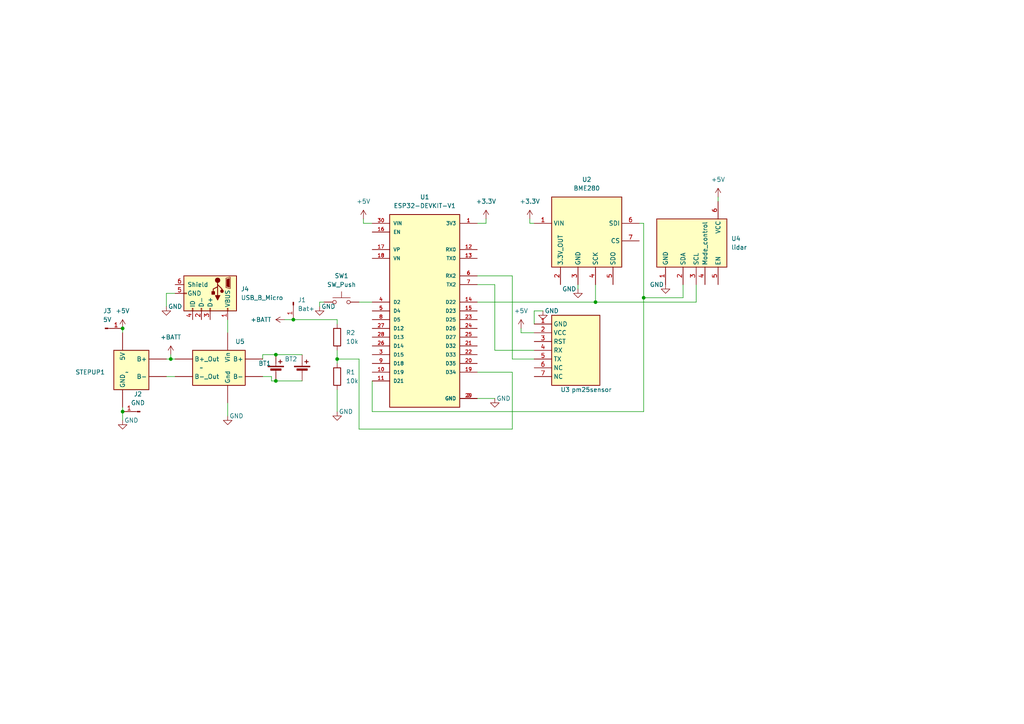
<source format=kicad_sch>
(kicad_sch (version 20230121) (generator eeschema)
  (paper "A4")
  (lib_symbols
    (symbol "BMS_1"
      (property "Reference" "U" (at -3.81 11.43 0))
      (symbol "BMS_1_0_1"
        (rectangle (start -2.54 5.08) (end 12.7 -5.08) (stroke (width 0.254)) (fill (type background)))
      )
      (symbol "BMS_1_1_1"
        (pin power_in line (at 17.78 2.54 180) (length 5.08) (name "B+") (number ""))
        (pin power_in line (at -7.62 2.54 0) (length 5.08) (name "B+_Out") (number ""))
        (pin power_in line (at 17.78 -2.54 180) (length 5.08) (name "B-") (number ""))
        (pin power_in line (at -7.62 -2.54 0) (length 5.08) (name "B-_Out") (number ""))
        (pin power_in line (at 7.62 -10.16 90) (length 5.08) (name "Gnd") (number ""))
        (pin power_in line (at 7.62 10.16 270) (length 5.08) (name "Vin") (number ""))
      )
    )
    (symbol "Connector:Conn_01x01_Pin" (pin_names (offset 1.016) hide)
      (property "Reference" "J" (at 0 2.54 0))
      (property "Value" "Conn_01x01_Pin" (at 0 -2.54 0))
      (symbol "Conn_01x01_Pin_1_1"
        (polyline (pts (xy 1.27 0) (xy 0.8636 0)) (stroke (width 0.1524)))
        (rectangle (start 0.8636 0.127) (end 0 -0.127) (stroke (width 0.1524)) (fill (type outline)))
        (pin passive line (at 5.08 0 180) (length 3.81) (name "Pin_1") (number "1"))
      )
    )
    (symbol "Connector:USB_B_Micro" (pin_names (offset 1.016))
      (property "Reference" "J" (at -5.08 11.43 0))
      (property "Value" "USB_B_Micro" (at -5.08 8.89 0))
      (symbol "USB_B_Micro_0_1"
        (rectangle (start -5.08 -7.62) (end 5.08 7.62) (stroke (width 0.254)) (fill (type background)))
        (circle (center -3.81 2.159) (radius 0.635) (stroke (width 0.254)) (fill (type outline)))
        (circle (center -0.635 3.429) (radius 0.381) (stroke (width 0.254)) (fill (type outline)))
        (rectangle (start -0.127 -7.62) (end 0.127 -6.858))
        (polyline (pts (xy -1.905 2.159) (xy 0.635 2.159)) (stroke (width 0.254)))
        (polyline (pts (xy -3.175 2.159) (xy -2.54 2.159) (xy -1.27 3.429) (xy -0.635 3.429)) (stroke (width 0.254)))
        (polyline (pts (xy -2.54 2.159) (xy -1.905 2.159) (xy -1.27 0.889) (xy 0 0.889)) (stroke (width 0.254)))
        (polyline (pts (xy 0.635 2.794) (xy 0.635 1.524) (xy 1.905 2.159) (xy 0.635 2.794)) (stroke (width 0.254)) (fill (type outline)))
        (polyline (pts (xy -4.318 5.588) (xy -1.778 5.588) (xy -2.032 4.826) (xy -4.064 4.826) (xy -4.318 5.588)) (fill (type outline)))
        (polyline (pts (xy -4.699 5.842) (xy -4.699 5.588) (xy -4.445 4.826) (xy -4.445 4.572) (xy -1.651 4.572) (xy -1.651 4.826) (xy -1.397 5.588) (xy -1.397 5.842) (xy -4.699 5.842)))
        (rectangle (start 0.254 1.27) (end -0.508 0.508) (stroke (width 0.254)) (fill (type outline)))
        (rectangle (start 5.08 -5.207) (end 4.318 -4.953))
        (rectangle (start 5.08 -2.667) (end 4.318 -2.413))
        (rectangle (start 5.08 -0.127) (end 4.318 0.127))
        (rectangle (start 5.08 4.953) (end 4.318 5.207))
      )
      (symbol "USB_B_Micro_1_1"
        (pin power_out line (at 7.62 5.08 180) (length 2.54) (name "VBUS") (number "1"))
        (pin bidirectional line (at 7.62 -2.54 180) (length 2.54) (name "D-") (number "2"))
        (pin bidirectional line (at 7.62 0 180) (length 2.54) (name "D+") (number "3"))
        (pin passive line (at 7.62 -5.08 180) (length 2.54) (name "ID") (number "4"))
        (pin power_out line (at 0 -10.16 90) (length 2.54) (name "GND") (number "5"))
        (pin passive line (at -2.54 -10.16 90) (length 2.54) (name "Shield") (number "6"))
      )
    )
    (symbol "Device:Battery_Cell" (pin_numbers hide) (pin_names (offset 0) hide)
      (property "Reference" "BT" (at 2.54 2.54 0))
      (property "Value" "Battery_Cell" (at 2.54 0 0))
      (symbol "Battery_Cell_0_1"
        (rectangle (start -2.286 1.778) (end 2.286 1.524) (fill (type outline)))
        (rectangle (start -1.524 1.016) (end 1.524 0.508) (fill (type outline)))
        (polyline (pts (xy 0 0.762) (xy 0 0)))
        (polyline (pts (xy 0 1.778) (xy 0 2.54)))
        (polyline (pts (xy 0.762 3.048) (xy 1.778 3.048)) (stroke (width 0.254)))
        (polyline (pts (xy 1.27 3.556) (xy 1.27 2.54)) (stroke (width 0.254)))
      )
      (symbol "Battery_Cell_1_1"
        (pin passive line (at 0 5.08 270) (length 2.54) (name "+") (number "1"))
        (pin passive line (at 0 -2.54 90) (length 2.54) (name "-") (number "2"))
      )
    )
    (symbol "Device:R" (pin_numbers hide) (pin_names (offset 0))
      (property "Reference" "R" (at 2.032 0 90))
      (property "Value" "R" (at 0 0 90))
      (symbol "R_0_1"
        (rectangle (start -1.016 -2.54) (end 1.016 2.54) (stroke (width 0.254)))
      )
      (symbol "R_1_1"
        (pin passive line (at 0 3.81 270) (length 1.27) (name "~") (number "1"))
        (pin passive line (at 0 -3.81 90) (length 1.27) (name "~") (number "2"))
      )
    )
    (symbol "ESP32-DEVKIT-V1:ESP32-DEVKIT-V1" (pin_names (offset 1.016))
      (property "Reference" "U" (at -10.16 30.48 0))
      (property "Value" "ESP32-DEVKIT-V1" (at -10.16 -30.48 0))
      (symbol "ESP32-DEVKIT-V1_0_0"
        (rectangle (start -10.16 -27.94) (end 10.16 27.94) (stroke (width 0.254)) (fill (type background)))
        (pin output line (at 15.24 25.4 180) (length 5.08) (name "3V3") (number "1"))
        (pin bidirectional line (at -15.24 -17.78 0) (length 5.08) (name "D19") (number "10"))
        (pin bidirectional line (at -15.24 -20.32 0) (length 5.08) (name "D21") (number "11"))
        (pin input line (at 15.24 17.78 180) (length 5.08) (name "RX0") (number "12"))
        (pin output line (at 15.24 15.24 180) (length 5.08) (name "TX0") (number "13"))
        (pin bidirectional line (at 15.24 2.54 180) (length 5.08) (name "D22") (number "14"))
        (pin bidirectional line (at 15.24 0 180) (length 5.08) (name "D23") (number "15"))
        (pin input line (at -15.24 22.86 0) (length 5.08) (name "EN") (number "16"))
        (pin bidirectional line (at -15.24 17.78 0) (length 5.08) (name "VP") (number "17"))
        (pin bidirectional line (at -15.24 15.24 0) (length 5.08) (name "VN") (number "18"))
        (pin bidirectional line (at 15.24 -17.78 180) (length 5.08) (name "D34") (number "19"))
        (pin power_in line (at 15.24 -25.4 180) (length 5.08) (name "GND") (number "2"))
        (pin bidirectional line (at 15.24 -15.24 180) (length 5.08) (name "D35") (number "20"))
        (pin bidirectional line (at 15.24 -10.16 180) (length 5.08) (name "D32") (number "21"))
        (pin bidirectional line (at 15.24 -12.7 180) (length 5.08) (name "D33") (number "22"))
        (pin bidirectional line (at 15.24 -2.54 180) (length 5.08) (name "D25") (number "23"))
        (pin bidirectional line (at 15.24 -5.08 180) (length 5.08) (name "D26") (number "24"))
        (pin bidirectional line (at 15.24 -7.62 180) (length 5.08) (name "D27") (number "25"))
        (pin bidirectional line (at -15.24 -10.16 0) (length 5.08) (name "D14") (number "26"))
        (pin bidirectional line (at -15.24 -5.08 0) (length 5.08) (name "D12") (number "27"))
        (pin bidirectional line (at -15.24 -7.62 0) (length 5.08) (name "D13") (number "28"))
        (pin power_in line (at 15.24 -25.4 180) (length 5.08) (name "GND") (number "29"))
        (pin bidirectional line (at -15.24 -12.7 0) (length 5.08) (name "D15") (number "3"))
        (pin input line (at -15.24 25.4 0) (length 5.08) (name "VIN") (number "30"))
        (pin bidirectional line (at -15.24 2.54 0) (length 5.08) (name "D2") (number "4"))
        (pin bidirectional line (at -15.24 0 0) (length 5.08) (name "D4") (number "5"))
        (pin input line (at 15.24 10.16 180) (length 5.08) (name "RX2") (number "6"))
        (pin output line (at 15.24 7.62 180) (length 5.08) (name "TX2") (number "7"))
        (pin bidirectional line (at -15.24 -2.54 0) (length 5.08) (name "D5") (number "8"))
        (pin bidirectional line (at -15.24 -15.24 0) (length 5.08) (name "D18") (number "9"))
      )
    )
    (symbol "New_Library:BMS"
      (property "Reference" "STEPUP1" (at -6.35 0 0))
      (property "Value" "~" (at 0 0 0))
      (symbol "BMS_0_1"
        (rectangle (start -3.81 6.35) (end 6.35 -5.08) (stroke (width 0.254)) (fill (type background)))
      )
      (symbol "BMS_1_1"
        (pin power_out line (at -1.27 11.43 270) (length 5.08) (name "5V") (number ""))
        (pin power_in line (at 11.43 3.81 180) (length 5.08) (name "B+") (number ""))
        (pin power_in line (at 11.43 -1.27 180) (length 5.08) (name "B-") (number ""))
        (pin power_in line (at -1.27 -10.16 90) (length 5.08) (name "GND") (number ""))
      )
    )
    (symbol "Sensor:BME280_adafruit"
      (property "Reference" "U" (at -8.89 11.43 0))
      (property "Value" "BME280" (at 7.62 11.43 0))
      (symbol "BME280_adafruit_0_1"
        (rectangle (start -10.16 10.16) (end 10.16 -10.16) (stroke (width 0.254)) (fill (type background)))
      )
      (symbol "BME280_adafruit_1_1"
        (pin power_in line (at -2.54 -15.24 90) (length 5.08) (name "VIN") (number "1"))
        (pin power_out line (at 15.24 -7.62 180) (length 5.08) (name "3.3V_OUT") (number "2"))
        (pin power_in line (at 15.24 -2.54 180) (length 5.08) (name "GND") (number "3"))
        (pin input line (at 15.24 2.54 180) (length 5.08) (name "SCK") (number "4"))
        (pin bidirectional line (at 15.24 7.62 180) (length 5.08) (name "SDO") (number "5"))
        (pin bidirectional line (at -2.54 15.24 270) (length 5.08) (name "SDI") (number "6"))
        (pin bidirectional line (at 2.54 15.24 270) (length 5.08) (name "CS") (number "7"))
      )
    )
    (symbol "Sensor:lidarLite"
      (property "Reference" "U" (at -10.16 10.16 0))
      (property "Value" "lidar" (at -6.35 7.62 0))
      (symbol "lidarLite_0_1"
        (rectangle (start -10.16 6.35) (end 10.16 -7.62) (stroke (width 0.254)) (fill (type background)))
      )
      (symbol "lidarLite_1_1"
        (pin power_in line (at -7.62 -12.7 90) (length 5.08) (name "GND") (number "1"))
        (pin bidirectional line (at -2.54 -12.7 90) (length 5.08) (name "SDA") (number "2"))
        (pin input line (at 1.27 -12.7 90) (length 5.08) (name "SCL") (number "3"))
        (pin input line (at 3.81 -12.7 90) (length 5.08) (name "Mode_control") (number "4"))
        (pin input line (at 7.62 -12.7 90) (length 5.08) (name "EN") (number "5"))
        (pin power_in line (at 7.62 11.43 270) (length 5.08) (name "VCC") (number "6"))
      )
    )
    (symbol "Sensor:pm25sensor"
      (property "Reference" "U" (at -10.16 11.43 0))
      (property "Value" "pm25sensor" (at 0 0 0))
      (symbol "pm25sensor_0_1"
        (rectangle (start -10.16 6.35) (end 10.16 -7.62) (stroke (width 0.254)) (fill (type background)))
      )
      (symbol "pm25sensor_1_1"
        (pin power_in line (at -7.62 -12.7 90) (length 5.08) (name "GND") (number "1"))
        (pin power_in line (at -5.08 -12.7 90) (length 5.08) (name "VCC") (number "2"))
        (pin input line (at -2.54 -12.7 90) (length 5.08) (name "RST") (number "3"))
        (pin input line (at 0 -12.7 90) (length 5.08) (name "RX") (number "4"))
        (pin output line (at 2.54 -12.7 90) (length 5.08) (name "TX") (number "5"))
        (pin free line (at 5.08 -12.7 90) (length 5.08) (name "NC") (number "6"))
        (pin free line (at 7.62 -12.7 90) (length 5.08) (name "NC") (number "7"))
      )
    )
    (symbol "Switch:SW_Push" (pin_numbers hide) (pin_names (offset 1.016) hide)
      (property "Reference" "SW" (at 1.27 2.54 0))
      (property "Value" "SW_Push" (at 0 -1.524 0))
      (symbol "SW_Push_0_1"
        (circle (center -2.032 0) (radius 0.508))
        (polyline (pts (xy 0 1.27) (xy 0 3.048)))
        (polyline (pts (xy 2.54 1.27) (xy -2.54 1.27)))
        (circle (center 2.032 0) (radius 0.508))
        (pin passive line (at -5.08 0 0) (length 2.54) (name "1") (number "1"))
        (pin passive line (at 5.08 0 180) (length 2.54) (name "2") (number "2"))
      )
    )
    (symbol "power:+3.3V" (power) (pin_names (offset 0))
      (property "Value" "+3.3V" (at 0 3.556 0))
      (symbol "+3.3V_0_1"
        (polyline (pts (xy -0.762 1.27) (xy 0 2.54)))
        (polyline (pts (xy 0 0) (xy 0 2.54)))
        (polyline (pts (xy 0 2.54) (xy 0.762 1.27)))
      )
      (symbol "+3.3V_1_1"
        (pin power_in line (at 0 0 90) (length 0) hide (name "+3.3V") (number "1"))
      )
    )
    (symbol "power:+5V" (power) (pin_names (offset 0))
      (property "Value" "+5V" (at 0 3.556 0))
      (symbol "+5V_0_1"
        (polyline (pts (xy -0.762 1.27) (xy 0 2.54)))
        (polyline (pts (xy 0 0) (xy 0 2.54)))
        (polyline (pts (xy 0 2.54) (xy 0.762 1.27)))
      )
      (symbol "+5V_1_1"
        (pin power_in line (at 0 0 90) (length 0) hide (name "+5V") (number "1"))
      )
    )
    (symbol "power:+BATT" (power) (pin_names (offset 0))
      (property "Value" "+BATT" (at 0 3.556 0))
      (symbol "+BATT_0_1"
        (polyline (pts (xy -0.762 1.27) (xy 0 2.54)))
        (polyline (pts (xy 0 0) (xy 0 2.54)))
        (polyline (pts (xy 0 2.54) (xy 0.762 1.27)))
      )
      (symbol "+BATT_1_1"
        (pin power_in line (at 0 0 90) (length 0) hide (name "+BATT") (number "1"))
      )
    )
    (symbol "power:GND" (power) (pin_names (offset 0))
      (property "Value" "GND" (at 0 -3.81 0))
      (symbol "GND_0_1"
        (polyline (pts (xy 0 0) (xy 0 -1.27) (xy 1.27 -1.27) (xy 0 -2.54) (xy -1.27 -1.27) (xy 0 -1.27)))
      )
      (symbol "GND_1_1"
        (pin power_in line (at 0 0 270) (length 0) hide (name "GND") (number "1"))
      )
    )
  )
  (junction (at 35.56 95.25))
  (junction (at 85.09 92.71))
  (junction (at 186.69 86.36))
  (junction (at 80.01 110.49))
  (junction (at 80.01 102.87))
  (junction (at 172.72 87.63))
  (junction (at 35.56 119.38))
  (junction (at 49.53 104.14))
  (junction (at 97.79 104.14))
  (wire (pts (xy 76.2 102.87) (xy 80.01 102.87)))
  (wire (pts (xy 97.79 104.14) (xy 97.79 105.41)))
  (wire (pts (xy 49.53 104.14) (xy 50.8 104.14)))
  (wire (pts (xy 104.14 104.14) (xy 97.79 104.14)))
  (wire (pts (xy 186.69 64.77) (xy 186.69 86.36)))
  (wire (pts (xy 138.43 107.95) (xy 148.59 107.95)))
  (wire (pts (xy 153.67 64.77) (xy 154.94 64.77)))
  (wire (pts (xy 87.63 102.87) (xy 80.01 102.87)))
  (wire (pts (xy 78.74 109.22) (xy 78.74 110.49)))
  (wire (pts (xy 140.97 64.77) (xy 138.43 64.77)))
  (wire (pts (xy 35.56 95.25) (xy 35.56 96.52)))
  (wire (pts (xy 148.59 124.46) (xy 104.14 124.46)))
  (wire (pts (xy 49.53 102.87) (xy 49.53 104.14)))
  (wire (pts (xy 198.12 82.55) (xy 198.12 86.36)))
  (wire (pts (xy 138.43 115.57) (xy 143.51 115.57)))
  (wire (pts (xy 154.94 93.98) (xy 154.94 90.17)))
  (wire (pts (xy 153.67 64.77) (xy 153.67 63.5)))
  (wire (pts (xy 66.04 92.71) (xy 66.04 96.52)))
  (wire (pts (xy 48.26 104.14) (xy 49.53 104.14)))
  (wire (pts (xy 104.14 124.46) (xy 104.14 104.14)))
  (wire (pts (xy 151.13 96.52) (xy 151.13 95.25)))
  (wire (pts (xy 167.64 82.55) (xy 167.64 83.82)))
  (wire (pts (xy 172.72 87.63) (xy 172.72 82.55)))
  (wire (pts (xy 148.59 107.95) (xy 148.59 124.46)))
  (wire (pts (xy 154.94 90.17) (xy 157.48 90.17)))
  (wire (pts (xy 140.97 63.5) (xy 140.97 64.77)))
  (wire (pts (xy 107.95 110.49) (xy 107.95 119.38)))
  (wire (pts (xy 76.2 109.22) (xy 78.74 109.22)))
  (wire (pts (xy 208.28 57.15) (xy 208.28 58.42)))
  (wire (pts (xy 97.79 113.03) (xy 97.79 119.38)))
  (wire (pts (xy 143.51 101.6) (xy 143.51 82.55)))
  (wire (pts (xy 148.59 104.14) (xy 154.94 104.14)))
  (wire (pts (xy 198.12 86.36) (xy 186.69 86.36)))
  (wire (pts (xy 107.95 64.77) (xy 105.41 64.77)))
  (wire (pts (xy 154.94 101.6) (xy 143.51 101.6)))
  (wire (pts (xy 148.59 80.01) (xy 148.59 104.14)))
  (wire (pts (xy 48.26 109.22) (xy 50.8 109.22)))
  (wire (pts (xy 50.8 85.09) (xy 48.26 85.09)))
  (wire (pts (xy 85.09 92.71) (xy 97.79 92.71)))
  (wire (pts (xy 76.2 104.14) (xy 76.2 102.87)))
  (wire (pts (xy 201.93 87.63) (xy 172.72 87.63)))
  (wire (pts (xy 186.69 64.77) (xy 185.42 64.77)))
  (wire (pts (xy 97.79 101.6) (xy 97.79 104.14)))
  (wire (pts (xy 186.69 119.38) (xy 186.69 86.36)))
  (wire (pts (xy 35.56 118.11) (xy 35.56 119.38)))
  (wire (pts (xy 80.01 110.49) (xy 87.63 110.49)))
  (wire (pts (xy 107.95 119.38) (xy 186.69 119.38)))
  (wire (pts (xy 92.71 87.63) (xy 92.71 88.9)))
  (wire (pts (xy 97.79 92.71) (xy 97.79 93.98)))
  (wire (pts (xy 143.51 82.55) (xy 138.43 82.55)))
  (wire (pts (xy 93.98 87.63) (xy 92.71 87.63)))
  (wire (pts (xy 138.43 87.63) (xy 172.72 87.63)))
  (wire (pts (xy 35.56 119.38) (xy 35.56 121.92)))
  (wire (pts (xy 48.26 85.09) (xy 48.26 88.9)))
  (wire (pts (xy 105.41 64.77) (xy 105.41 63.5)))
  (wire (pts (xy 201.93 82.55) (xy 201.93 87.63)))
  (wire (pts (xy 154.94 96.52) (xy 151.13 96.52)))
  (wire (pts (xy 78.74 110.49) (xy 80.01 110.49)))
  (wire (pts (xy 66.04 116.84) (xy 66.04 120.65)))
  (wire (pts (xy 138.43 80.01) (xy 148.59 80.01)))
  (wire (pts (xy 82.55 92.71) (xy 85.09 92.71)))
  (wire (pts (xy 104.14 87.63) (xy 107.95 87.63)))
  (symbol (lib_id "power:+3.3V") (at 153.67 63.5 0) (unit 1)
    (property "Reference" "#PWR02" (effects hide))
    (property "Value" "+3.3V" (at 153.67 58.42 0))
  )
  (symbol (lib_id "power:+5V") (at 35.56 95.25 0) (unit 1)
    (property "Reference" "#PWR013" (effects hide))
    (property "Value" "+5V" (at 35.56 90.17 0))
  )
  (symbol (lib_id "Device:R") (at 97.79 97.79 0) (unit 1)
    (property "Reference" "R2" (at 100.33 96.52 0) (effects (justify left)))
    (property "Value" "10k" (at 100.33 99.06 0) (effects (justify left)))
    (property "Footprint" "Resistor_THT:R_Axial_DIN0204_L3.6mm_D1.6mm_P7.62mm_Horizontal" (effects hide))
  )
  (symbol (lib_id "Connector:Conn_01x01_Pin") (at 30.48 95.25 0) (unit 1)
    (property "Reference" "J3" (at 31.115 90.17 0))
    (property "Value" "5V" (at 31.115 92.71 0))
    (property "Footprint" "Connector_Wire:SolderWire-1sqmm_1x01_D1.4mm_OD2.7mm" (effects hide))
  )
  (symbol (lib_id "power:GND") (at 97.79 119.38 0) (unit 1)
    (property "Reference" "#PWR010" (effects hide))
    (property "Value" "GND" (at 100.33 119.38 0))
  )
  (symbol (lib_id "Connector:Conn_01x01_Pin") (at 40.64 119.38 180) (unit 1)
    (property "Reference" "J2" (at 40.005 114.3 0))
    (property "Value" "GND" (at 40.005 116.84 0))
    (property "Footprint" "Connector_Wire:SolderWire-1sqmm_1x01_D1.4mm_OD2.7mm" (effects hide))
  )
  (symbol (lib_id "Sensor:BME280_adafruit") (at 170.18 67.31 270) (unit 1)
    (property "Reference" "U2" (at 170.18 52.07 90))
    (property "Value" "BME280" (at 170.18 54.61 90))
    (property "Footprint" "Connector_PinHeader_2.54mm:PinHeader_1x07_P2.54mm_Vertical" (effects hide))
    (property "Datasheet" "https://www.bosch-sensortec.com/media/boschsensortec/downloads/datasheets/bst-bme280-ds002.pdf" (effects hide))
  )
  (symbol (lib_id "Connector:USB_B_Micro") (at 60.96 85.09 270) (unit 1)
    (property "Reference" "J4" (at 69.85 83.82 90) (effects (justify left)))
    (property "Value" "USB_B_Micro" (at 69.85 86.36 90) (effects (justify left)))
  )
  (symbol (lib_id "power:GND") (at 167.64 83.82 0) (unit 1)
    (property "Reference" "#PWR01" (effects hide))
    (property "Value" "GND" (at 165.1 83.82 0))
  )
  (symbol (lib_id "New_Library:BMS") (at 36.83 107.95 0) (unit 1)
    (property "Reference" "STEPUP1" (at 30.48 107.95 0) (effects (justify right)))
    (property "Value" "~" (at 36.83 107.95 0))
  )
  (symbol (lib_id "power:GND") (at 143.51 115.57 0) (unit 1)
    (property "Reference" "#PWR04" (effects hide))
    (property "Value" "GND" (at 146.05 115.57 0))
  )
  (symbol (lib_id "Sensor:lidarLite") (at 200.66 69.85 0) (unit 1)
    (property "Reference" "U4" (at 212.09 69.215 0) (effects (justify left)))
    (property "Value" "lidar" (at 212.09 71.755 0) (effects (justify left)))
    (property "Footprint" "Connector_PinHeader_2.54mm:PinHeader_1x06_P2.54mm_Vertical" (effects hide))
  )
  (symbol (lib_id "power:GND") (at 35.56 121.92 0) (unit 1)
    (property "Reference" "#PWR012" (effects hide))
    (property "Value" "GND" (at 38.1 121.92 0))
  )
  (symbol (lib_id "power:+3.3V") (at 140.97 63.5 0) (unit 1)
    (property "Reference" "#PWR03" (effects hide))
    (property "Value" "+3.3V" (at 140.97 58.42 0))
  )
  (symbol (lib_id "Connector:Conn_01x01_Pin") (at 85.09 87.63 270) (unit 1)
    (property "Reference" "J1" (at 86.36 86.995 90) (effects (justify left)))
    (property "Value" "Bat+" (at 86.36 89.535 90) (effects (justify left)))
    (property "Footprint" "Connector_Wire:SolderWire-1sqmm_1x01_D1.4mm_OD2.7mm" (effects hide))
  )
  (symbol (lib_id "power:GND") (at 157.48 90.17 0) (unit 1)
    (property "Reference" "#PWR06" (effects hide))
    (property "Value" "GND" (at 160.02 90.17 0))
  )
  (symbol (lib_name "BMS_1") (lib_id "New_Library:BMS") (at 58.42 106.68 0) (unit 1)
    (property "Reference" "U5" (at 68.2341 99.06 0) (effects (justify left)))
    (property "Value" "~" (at 58.42 106.68 0))
  )
  (symbol (lib_id "Sensor:pm25sensor") (at 167.64 101.6 270) (unit 1)
    (property "Reference" "U3" (at 162.56 113.03 90) (effects (justify left)))
    (property "Value" "pm25sensor" (at 165.735 113.03 90) (effects (justify left)))
    (property "Footprint" "Connector_PinHeader_2.54mm:PinHeader_1x07_P2.54mm_Vertical" (effects hide))
  )
  (symbol (lib_id "power:+BATT") (at 49.53 102.87 0) (unit 1)
    (property "Reference" "#PWR017" (effects hide))
    (property "Value" "+BATT" (at 49.53 97.79 0))
  )
  (symbol (lib_id "power:+5V") (at 208.28 57.15 0) (unit 1)
    (property "Reference" "#PWR08" (effects hide))
    (property "Value" "+5V" (at 208.28 52.07 0))
  )
  (symbol (lib_id "ESP32-DEVKIT-V1:ESP32-DEVKIT-V1") (at 123.19 90.17 0) (unit 1)
    (property "Reference" "U1" (at 123.19 57.15 0))
    (property "Value" "ESP32-DEVKIT-V1" (at 123.19 59.69 0))
    (property "Footprint" "MODULE_ESP32_DEVKIT_V1" (effects hide))
    (property "PARTREV" "N/A" (effects hide))
    (property "STANDARD" "Manufacturer Recommendations" (effects hide))
    (property "MAXIMUM_PACKAGE_HEIGHT" "6.8 mm" (effects hide))
    (property "MANUFACTURER" "DOIT" (effects hide))
  )
  (symbol (lib_id "Device:R") (at 97.79 109.22 0) (unit 1)
    (property "Reference" "R1" (at 100.33 107.95 0) (effects (justify left)))
    (property "Value" "10k" (at 100.33 110.49 0) (effects (justify left)))
    (property "Footprint" "Resistor_THT:R_Axial_DIN0204_L3.6mm_D1.6mm_P7.62mm_Horizontal" (effects hide))
  )
  (symbol (lib_id "power:+5V") (at 151.13 95.25 0) (unit 1)
    (property "Reference" "#PWR05" (effects hide))
    (property "Value" "+5V" (at 151.13 90.17 0))
  )
  (symbol (lib_id "power:GND") (at 193.04 82.55 0) (unit 1)
    (property "Reference" "#PWR07" (effects hide))
    (property "Value" "GND" (at 190.5 82.55 0))
  )
  (symbol (lib_id "power:+BATT") (at 82.55 92.71 90) (unit 1)
    (property "Reference" "#PWR016" (effects hide))
    (property "Value" "+BATT" (at 78.74 92.71 90) (effects (justify left)))
  )
  (symbol (lib_id "power:GND") (at 92.71 88.9 0) (unit 1)
    (property "Reference" "#PWR011" (effects hide))
    (property "Value" "GND" (at 95.25 88.9 0))
  )
  (symbol (lib_id "Switch:SW_Push") (at 99.06 87.63 0) (unit 1)
    (property "Reference" "SW1" (at 99.06 80.01 0))
    (property "Value" "SW_Push" (at 99.06 82.55 0))
    (property "Footprint" "Button_Switch_THT:SW_PUSH_6mm" (effects hide))
  )
  (symbol (lib_id "Device:Battery_Cell") (at 80.01 107.95 0) (unit 1)
    (property "Reference" "BT1" (at 74.93 105.41 0) (effects (justify left)))
    (property "Value" "Battery_Cell" (effects hide))
  )
  (symbol (lib_id "power:GND") (at 48.26 88.9 0) (unit 1)
    (property "Reference" "#PWR015" (effects hide))
    (property "Value" "GND" (at 50.8 88.9 0))
  )
  (symbol (lib_id "power:+5V") (at 105.41 63.5 0) (unit 1)
    (property "Reference" "#PWR09" (effects hide))
    (property "Value" "+5V" (at 105.41 58.42 0))
  )
  (symbol (lib_id "power:GND") (at 66.04 120.65 0) (unit 1)
    (property "Reference" "#PWR014" (effects hide))
    (property "Value" "GND" (at 68.58 120.65 0))
  )
  (symbol (lib_id "Device:Battery_Cell") (at 87.63 107.95 0) (unit 1)
    (property "Reference" "BT2" (at 82.55 104.14 0) (effects (justify left)))
    (property "Value" "Battery_Cell" (effects hide))
  )
)
</source>
